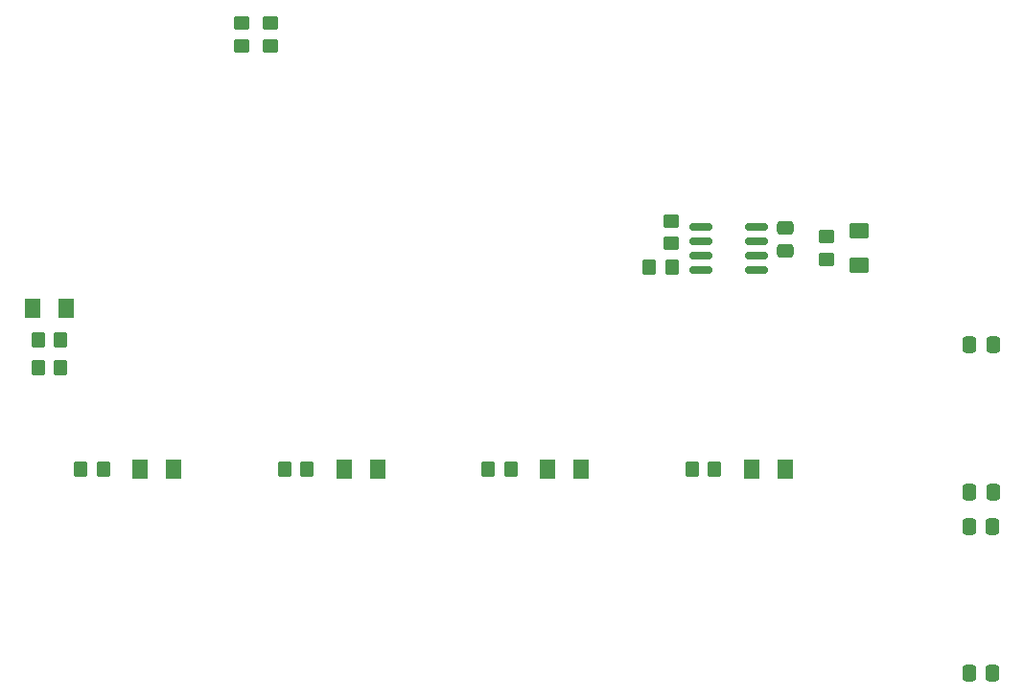
<source format=gbr>
%TF.GenerationSoftware,KiCad,Pcbnew,(5.99.0-10406-ge27733587d)*%
%TF.CreationDate,2021-05-29T12:27:52+05:30*%
%TF.ProjectId,OxiKit-Brainboard_v1,4f78694b-6974-42d4-9272-61696e626f61,rev?*%
%TF.SameCoordinates,Original*%
%TF.FileFunction,Paste,Top*%
%TF.FilePolarity,Positive*%
%FSLAX46Y46*%
G04 Gerber Fmt 4.6, Leading zero omitted, Abs format (unit mm)*
G04 Created by KiCad (PCBNEW (5.99.0-10406-ge27733587d)) date 2021-05-29 12:27:52*
%MOMM*%
%LPD*%
G01*
G04 APERTURE LIST*
G04 Aperture macros list*
%AMRoundRect*
0 Rectangle with rounded corners*
0 $1 Rounding radius*
0 $2 $3 $4 $5 $6 $7 $8 $9 X,Y pos of 4 corners*
0 Add a 4 corners polygon primitive as box body*
4,1,4,$2,$3,$4,$5,$6,$7,$8,$9,$2,$3,0*
0 Add four circle primitives for the rounded corners*
1,1,$1+$1,$2,$3*
1,1,$1+$1,$4,$5*
1,1,$1+$1,$6,$7*
1,1,$1+$1,$8,$9*
0 Add four rect primitives between the rounded corners*
20,1,$1+$1,$2,$3,$4,$5,0*
20,1,$1+$1,$4,$5,$6,$7,0*
20,1,$1+$1,$6,$7,$8,$9,0*
20,1,$1+$1,$8,$9,$2,$3,0*%
G04 Aperture macros list end*
%ADD10RoundRect,0.250000X-0.450000X0.350000X-0.450000X-0.350000X0.450000X-0.350000X0.450000X0.350000X0*%
%ADD11RoundRect,0.250000X-0.350000X-0.450000X0.350000X-0.450000X0.350000X0.450000X-0.350000X0.450000X0*%
%ADD12RoundRect,0.250000X0.450000X-0.350000X0.450000X0.350000X-0.450000X0.350000X-0.450000X-0.350000X0*%
%ADD13RoundRect,0.250000X0.337500X0.475000X-0.337500X0.475000X-0.337500X-0.475000X0.337500X-0.475000X0*%
%ADD14RoundRect,0.150000X-0.825000X-0.150000X0.825000X-0.150000X0.825000X0.150000X-0.825000X0.150000X0*%
%ADD15RoundRect,0.250001X0.462499X0.624999X-0.462499X0.624999X-0.462499X-0.624999X0.462499X-0.624999X0*%
%ADD16RoundRect,0.250000X0.350000X0.450000X-0.350000X0.450000X-0.350000X-0.450000X0.350000X-0.450000X0*%
%ADD17RoundRect,0.250000X-0.337500X-0.475000X0.337500X-0.475000X0.337500X0.475000X-0.337500X0.475000X0*%
%ADD18RoundRect,0.250000X-0.475000X0.337500X-0.475000X-0.337500X0.475000X-0.337500X0.475000X0.337500X0*%
%ADD19RoundRect,0.250001X-0.462499X-0.624999X0.462499X-0.624999X0.462499X0.624999X-0.462499X0.624999X0*%
%ADD20RoundRect,0.250001X0.624999X-0.462499X0.624999X0.462499X-0.624999X0.462499X-0.624999X-0.462499X0*%
G04 APERTURE END LIST*
D10*
%TO.C,R2*%
X117700000Y-77000000D03*
X117700000Y-79000000D03*
%TD*%
D11*
%TO.C,R1*%
X115750000Y-81100000D03*
X117750000Y-81100000D03*
%TD*%
D12*
%TO.C,R10*%
X82250000Y-61500000D03*
X82250000Y-59500000D03*
%TD*%
D13*
%TO.C,C3*%
X146092500Y-100960000D03*
X144017500Y-100960000D03*
%TD*%
D11*
%TO.C,R11*%
X61750000Y-90000000D03*
X63750000Y-90000000D03*
%TD*%
D14*
%TO.C,U2*%
X120275000Y-77500000D03*
X120275000Y-78770000D03*
X120275000Y-80040000D03*
X120275000Y-81310000D03*
X125225000Y-81310000D03*
X125225000Y-80040000D03*
X125225000Y-78770000D03*
X125225000Y-77500000D03*
%TD*%
D15*
%TO.C,D9*%
X73737500Y-99000000D03*
X70762500Y-99000000D03*
%TD*%
D16*
%TO.C,R7*%
X67500000Y-99000000D03*
X65500000Y-99000000D03*
%TD*%
D17*
%TO.C,C4*%
X144017500Y-87960000D03*
X146092500Y-87960000D03*
%TD*%
D11*
%TO.C,R3*%
X61750000Y-87512500D03*
X63750000Y-87512500D03*
%TD*%
D16*
%TO.C,R6*%
X103500000Y-99000000D03*
X101500000Y-99000000D03*
%TD*%
%TO.C,R5*%
X121500000Y-99000000D03*
X119500000Y-99000000D03*
%TD*%
%TO.C,R8*%
X85500000Y-99000000D03*
X83500000Y-99000000D03*
%TD*%
D12*
%TO.C,R9*%
X79750000Y-61500000D03*
X79750000Y-59500000D03*
%TD*%
D15*
%TO.C,D3*%
X127737500Y-99000000D03*
X124762500Y-99000000D03*
%TD*%
D12*
%TO.C,R4*%
X131400000Y-80405000D03*
X131400000Y-78405000D03*
%TD*%
D18*
%TO.C,C5*%
X127750000Y-77617500D03*
X127750000Y-79692500D03*
%TD*%
D17*
%TO.C,C6*%
X143962500Y-117000000D03*
X146037500Y-117000000D03*
%TD*%
%TO.C,C2*%
X143962500Y-104000000D03*
X146037500Y-104000000D03*
%TD*%
D19*
%TO.C,D1*%
X61262500Y-84762500D03*
X64237500Y-84762500D03*
%TD*%
D15*
%TO.C,D10*%
X91737500Y-99000000D03*
X88762500Y-99000000D03*
%TD*%
%TO.C,D6*%
X109737500Y-99000000D03*
X106762500Y-99000000D03*
%TD*%
D20*
%TO.C,D2*%
X134250000Y-80892500D03*
X134250000Y-77917500D03*
%TD*%
M02*

</source>
